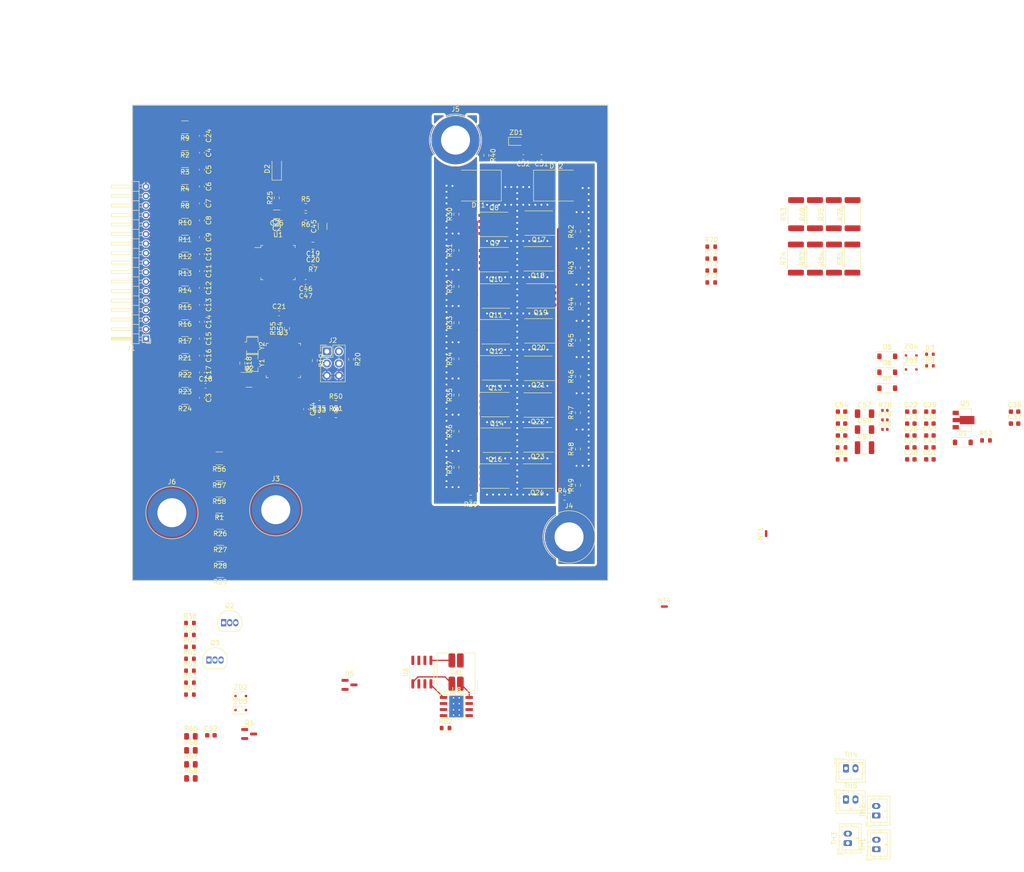
<source format=kicad_pcb>
(kicad_pcb (version 20221018) (generator pcbnew)

  (general
    (thickness 1.6)
  )

  (paper "A4")
  (layers
    (0 "F.Cu" signal)
    (31 "B.Cu" signal)
    (32 "B.Adhes" user "B.Adhesive")
    (33 "F.Adhes" user "F.Adhesive")
    (34 "B.Paste" user)
    (35 "F.Paste" user)
    (36 "B.SilkS" user "B.Silkscreen")
    (37 "F.SilkS" user "F.Silkscreen")
    (38 "B.Mask" user)
    (39 "F.Mask" user)
    (40 "Dwgs.User" user "User.Drawings")
    (41 "Cmts.User" user "User.Comments")
    (42 "Eco1.User" user "User.Eco1")
    (43 "Eco2.User" user "User.Eco2")
    (44 "Edge.Cuts" user)
    (45 "Margin" user)
    (46 "B.CrtYd" user "B.Courtyard")
    (47 "F.CrtYd" user "F.Courtyard")
    (48 "B.Fab" user)
    (49 "F.Fab" user)
    (50 "User.1" user)
    (51 "User.2" user)
    (52 "User.3" user)
    (53 "User.4" user)
    (54 "User.5" user)
    (55 "User.6" user)
    (56 "User.7" user)
    (57 "User.8" user)
    (58 "User.9" user)
  )

  (setup
    (stackup
      (layer "F.SilkS" (type "Top Silk Screen") (color "White"))
      (layer "F.Paste" (type "Top Solder Paste"))
      (layer "F.Mask" (type "Top Solder Mask") (color "Purple") (thickness 0.01))
      (layer "F.Cu" (type "copper") (thickness 0.035))
      (layer "dielectric 1" (type "core") (thickness 1.51) (material "FR4") (epsilon_r 4.5) (loss_tangent 0.02))
      (layer "B.Cu" (type "copper") (thickness 0.035))
      (layer "B.Mask" (type "Bottom Solder Mask") (color "Purple") (thickness 0.01))
      (layer "B.Paste" (type "Bottom Solder Paste"))
      (layer "B.SilkS" (type "Bottom Silk Screen") (color "White"))
      (copper_finish "None")
      (dielectric_constraints no)
    )
    (pad_to_mask_clearance 0)
    (grid_origin 82.365773 91.573261)
    (pcbplotparams
      (layerselection 0x00010fc_ffffffff)
      (plot_on_all_layers_selection 0x0000000_00000000)
      (disableapertmacros false)
      (usegerberextensions false)
      (usegerberattributes true)
      (usegerberadvancedattributes true)
      (creategerberjobfile true)
      (dashed_line_dash_ratio 12.000000)
      (dashed_line_gap_ratio 3.000000)
      (svgprecision 6)
      (plotframeref false)
      (viasonmask false)
      (mode 1)
      (useauxorigin false)
      (hpglpennumber 1)
      (hpglpenspeed 20)
      (hpglpendiameter 15.000000)
      (dxfpolygonmode true)
      (dxfimperialunits true)
      (dxfusepcbnewfont true)
      (psnegative false)
      (psa4output false)
      (plotreference true)
      (plotvalue true)
      (plotinvisibletext false)
      (sketchpadsonfab false)
      (subtractmaskfromsilk false)
      (outputformat 1)
      (mirror false)
      (drillshape 1)
      (scaleselection 1)
      (outputdirectory "")
    )
  )

  (net 0 "")
  (net 1 "/Protector/BAT")
  (net 2 "/Protector/CP1")
  (net 3 "/Protector/VC0")
  (net 4 "/Protector/VC15")
  (net 5 "/Protector/VC14")
  (net 6 "/Protector/VC13")
  (net 7 "/Protector/VC12")
  (net 8 "/Protector/VC11")
  (net 9 "/Protector/VC10")
  (net 10 "/Protector/VC9")
  (net 11 "/Protector/VC8")
  (net 12 "/Protector/VC7")
  (net 13 "/Protector/VC6")
  (net 14 "/Protector/VC5")
  (net 15 "/Protector/VC4")
  (net 16 "/Protector/VC3")
  (net 17 "Net-(C31-Pad2)")
  (net 18 "/Protector/VC2")
  (net 19 "/Protector/VC1")
  (net 20 "/Protector/REGIN")
  (net 21 "/5VReg_EN")
  (net 22 "/Protector/SRP")
  (net 23 "/Protector/SRN")
  (net 24 "+BATT")
  (net 25 "Net-(U1-REG18)")
  (net 26 "Net-(D1-K)")
  (net 27 "Net-(D2-K)")
  (net 28 "/Protector/VC16")
  (net 29 "/High Side Fets/PACK+")
  (net 30 "/Protector/REG2")
  (net 31 "/High Side Fets/CD")
  (net 32 "/VC15")
  (net 33 "/High Side Fets/Cgate")
  (net 34 "unconnected-(C36-Pad1)")
  (net 35 "Net-(Q8-G)")
  (net 36 "Net-(Q9-G)")
  (net 37 "Net-(Q10-G)")
  (net 38 "Net-(Q11-G)")
  (net 39 "Net-(Q12-G)")
  (net 40 "Net-(Q13-G)")
  (net 41 "Net-(Q14-G)")
  (net 42 "Net-(D3-A)")
  (net 43 "/High Side Fets/Dgate")
  (net 44 "Net-(C36-Pad2)")
  (net 45 "/SDA")
  (net 46 "/SCL")
  (net 47 "Net-(Q16-G)")
  (net 48 "Net-(Q17-G)")
  (net 49 "Net-(Q18-G)")
  (net 50 "Net-(D5-A)")
  (net 51 "Net-(Q19-G)")
  (net 52 "Net-(Q20-G)")
  (net 53 "Net-(Q21-G)")
  (net 54 "Net-(Q22-G)")
  (net 55 "Net-(Q23-G)")
  (net 56 "/High Side Fets/DSG")
  (net 57 "/High Side Fets/CHG")
  (net 58 "Net-(R5-Pad1)")
  (net 59 "Net-(U1-RST_SHUT)")
  (net 60 "/MCU/OSC32_IN")
  (net 61 "/MCU/OSC32_OUT")
  (net 62 "unconnected-(U1-NC-Pad19)")
  (net 63 "Net-(D7-K)")
  (net 64 "/Protector/BREG")
  (net 65 "Net-(Q2-C)")
  (net 66 "Net-(Q3-C)")
  (net 67 "unconnected-(U1-FUSE-Pad38)")
  (net 68 "Net-(Q4-G)")
  (net 69 "GND1")
  (net 70 "Net-(R62-Pad1)")
  (net 71 "Net-(R65-Pad1)")
  (net 72 "/Protector/LD")
  (net 73 "unconnected-(U1-NC-Pad44)")
  (net 74 "Net-(R67-Pad1)")
  (net 75 "/VC10")
  (net 76 "/VC5")
  (net 77 "GND")
  (net 78 "/VC14")
  (net 79 "/VC13")
  (net 80 "/VC12")
  (net 81 "/VC11")
  (net 82 "/VC9")
  (net 83 "/VC8")
  (net 84 "/VC7")
  (net 85 "/VC6")
  (net 86 "/VC1")
  (net 87 "/VC2")
  (net 88 "/VC3")
  (net 89 "/VC4")
  (net 90 "/MCU/OSC_IN")
  (net 91 "/MCU/OSC_OUT")
  (net 92 "/MCU/~{RST}")
  (net 93 "/MCU/BOOT1")
  (net 94 "/MCU/SWDIO")
  (net 95 "+3.3V")
  (net 96 "/MCU/SWCLK")
  (net 97 "/Protector/PACK")
  (net 98 "/MCU/BOOT0")
  (net 99 "/Protector/TS3")
  (net 100 "Net-(NT1-Pad1)")
  (net 101 "unconnected-(U3E-V_{BAT}-Pad1)")
  (net 102 "unconnected-(U3C-PC13-Pad2)")
  (net 103 "Net-(U8-EN{slash}UVLO)")
  (net 104 "+5V")
  (net 105 "Net-(J2-Pin_3)")
  (net 106 "Net-(J2-Pin_4)")
  (net 107 "Net-(U8-RT)")
  (net 108 "Net-(U8-FB)")
  (net 109 "unconnected-(U8-PGOOD-Pad6)")
  (net 110 "unconnected-(U3A-PA0-Pad10)")
  (net 111 "unconnected-(U3A-PA1-Pad11)")
  (net 112 "unconnected-(U3A-PA2-Pad12)")
  (net 113 "unconnected-(U3A-PA3-Pad13)")
  (net 114 "unconnected-(U3A-PA4-Pad14)")
  (net 115 "unconnected-(U3A-PA5-Pad15)")
  (net 116 "unconnected-(U3A-PA6-Pad16)")
  (net 117 "unconnected-(U3A-PA7-Pad17)")
  (net 118 "unconnected-(U3B-PB0-Pad18)")
  (net 119 "unconnected-(U3B-PB1-Pad19)")
  (net 120 "unconnected-(U3B-PB10-Pad21)")
  (net 121 "unconnected-(U3B-PB11-Pad22)")
  (net 122 "unconnected-(U3B-PB12-Pad25)")
  (net 123 "unconnected-(U3B-PB13-Pad26)")
  (net 124 "unconnected-(U3B-PB14-Pad27)")
  (net 125 "unconnected-(U3B-PB15-Pad28)")
  (net 126 "unconnected-(U3A-PA8-Pad29)")
  (net 127 "unconnected-(U3A-PA9-Pad30)")
  (net 128 "unconnected-(U3A-PA10-Pad31)")
  (net 129 "/Protector/TS2")
  (net 130 "/Protector/TS1")
  (net 131 "unconnected-(U3A-PA15-Pad38)")
  (net 132 "unconnected-(U3B-PB3-Pad39)")
  (net 133 "unconnected-(U3B-PB4-Pad40)")
  (net 134 "unconnected-(U3B-PB5-Pad41)")
  (net 135 "unconnected-(U3B-PB8-Pad45)")
  (net 136 "unconnected-(U3B-PB9-Pad46)")
  (net 137 "/Protector/DCHG")
  (net 138 "/Protector/DDSG")
  (net 139 "/ALERT")
  (net 140 "/Protector/HDQ")
  (net 141 "/Protector/PDSG")
  (net 142 "/Protector/PCHG")
  (net 143 "/MCU/CAN_RX")
  (net 144 "/MCU/CAN_TX")
  (net 145 "-5V_{CAN}")
  (net 146 "/MCU/CAN_L")
  (net 147 "/MCU/CAN_H")
  (net 148 "+5V_{CAN}")
  (net 149 "Net-(Q6-G)")
  (net 150 "/High Side Fets/PDSG")
  (net 151 "Net-(Q15-S)")
  (net 152 "Net-(Q15-G)")
  (net 153 "/High Side Fets/PCHG")
  (net 154 "Net-(Q15-D)")
  (net 155 "Net-(Q6-D)")
  (net 156 "Net-(U8-BST)")
  (net 157 "Net-(U8-SW)")
  (net 158 "Net-(D8-A)")
  (net 159 "unconnected-(C37-Pad2)")
  (net 160 "Net-(Q5-C)")
  (net 161 "Net-(C55-Pad2)")
  (net 162 "Net-(D9-A)")
  (net 163 "Net-(Q24-G)")
  (net 164 "/High Side Fets/BATT+")
  (net 165 "/Sense Resistor/BATT-")
  (net 166 "/Sense Resistor/PACK-")

  (footprint "Resistor_SMD:R_2512_6332Metric" (layer "F.Cu") (at 157.681751 96.720161 90))

  (footprint "Capacitor_SMD:C_0603_1608Metric" (layer "F.Cu") (at 28.730773 80.238261 -90))

  (footprint "Resistor_SMD:R_0603_1608Metric" (layer "F.Cu") (at 26.220773 197.773661))

  (footprint "Capacitor_SMD:C_0603_1608Metric" (layer "F.Cu") (at 28.730773 135.356261 -90))

  (footprint "Resistor_SMD:R_1210_3225Metric" (layer "F.Cu") (at 25.174773 85.572261 180))

  (footprint "Resistor_SMD:R_0805_2012Metric" (layer "F.Cu") (at 50.574773 97.256261 180))

  (footprint "Resistor_SMD:R_0603_1608Metric" (layer "F.Cu") (at 60.094773 127.243261 -90))

  (footprint "Resistor_SMD:R_2512_6332Metric" (layer "F.Cu") (at 165.601573 96.720161 90))

  (footprint "Resistor_SMD:R_0603_1608Metric" (layer "F.Cu") (at 107.832296 100.368555 90))

  (footprint "Resistor_SMD:R_0603_1608Metric" (layer "F.Cu") (at 82.267088 127.160169 90))

  (footprint "Resistor_SMD:R_0603_1608Metric" (layer "F.Cu") (at 107.832296 115.618841 90))

  (footprint "Diode_SMD:D_SOD-323F" (layer "F.Cu") (at 177.930373 126.433061))

  (footprint "Resistor_SMD:R_0805_2012Metric" (layer "F.Cu") (at 26.420773 209.513661))

  (footprint "Capacitor_SMD:C_1206_3216Metric" (layer "F.Cu") (at 168.115373 138.683061))

  (footprint "Diode_SMD:D_SMC" (layer "F.Cu") (at 86.904826 90.712272 180))

  (footprint "NetTie:NetTie-2_SMD_Pad0.5mm" (layer "F.Cu") (at 147.415173 163.912461 90))

  (footprint "Resistor_SMD:R_0603_1608Metric" (layer "F.Cu") (at 82.267088 104.333967 90))

  (footprint "Capacitor_SMD:C_0603_1608Metric" (layer "F.Cu") (at 50.574773 112.496261 180))

  (footprint "Capacitor_SMD:C_0603_1608Metric" (layer "F.Cu") (at 181.865373 140.773061))

  (footprint "Resistor_SMD:R_0603_1608Metric" (layer "F.Cu") (at 52.474773 127.497261 -90))

  (footprint "Package_TO_SOT_THT:TO-92_Inline" (layer "F.Cu") (at 33.320173 182.657661))

  (footprint "Package_SO:TI_SO-PowerPAD-8_ThermalVias" (layer "F.Cu") (at 82.256573 200.285261))

  (footprint "Resistor_SMD:R_1210_3225Metric" (layer "F.Cu") (at 25.174773 128.244261 180))

  (footprint "Capacitor_SMD:C_0603_1608Metric" (layer "F.Cu") (at 28.730773 115.798261 -90))

  (footprint "Connector:Banana_Jack_1Pin" (layer "F.Cu") (at 105.962373 164.598261))

  (footprint "Capacitor_SMD:C_1206_3216Metric" (layer "F.Cu") (at 54.130773 99.288261 90))

  (footprint "Resistor_SMD:R_2512_6332Metric" (layer "F.Cu") (at 157.681751 106.067361 90))

  (footprint "Capacitor_SMD:C_0603_1608Metric" (layer "F.Cu") (at 50.574773 110.972261 180))

  (footprint "Capacitor_SMD:C_0603_1608Metric" (layer "F.Cu") (at 30.630773 206.343661))

  (footprint "Resistor_SMD:R_1210_3225Metric" (layer "F.Cu") (at 32.393273 158.248261 180))

  (footprint "Resistor_SMD:R_0603_1608Metric" (layer "F.Cu") (at 26.220773 182.713661))

  (footprint "Crystal:Resonator_SMD_Murata_CSTxExxV-3Pin_3.0x1.1mm" (layer "F.Cu") (at 39.339773 124.422261 -90))

  (footprint "Resistor_SMD:R_0603_1608Metric" (layer "F.Cu") (at 56.920905 136.473361))

  (footprint "Capacitor_SMD:C_1210_3225Metric" (layer "F.Cu") (at 168.115373 145.833061))

  (footprint "Resistor_SMD:R_2512_6332Metric" (layer "F.Cu") (at 161.641661 96.720161 90))

  (footprint "Capacitor_SMD:C_0603_1608Metric" (layer "F.Cu") (at 163.285373 143.283061))

  (footprint "Resistor_SMD:R_0402_1005Metric" (layer "F.Cu") (at 172.395373 139.993061))

  (footprint "Diode_SMD:D_SMC" (layer "F.Cu") (at 103.287826 90.712272))

  (footprint "Capacitor_SMD:C_0603_1608Metric" (layer "F.Cu") (at 28.730773 126.466261 -90))

  (footprint "Capacitor_SMD:C_0603_1608Metric" (layer "F.Cu") (at 163.285373 140.773061))

  (footprint "Resistor_SMD:R_0603_1608Metric" (layer "F.Cu") (at 105.026868 156.3547))

  (footprint "Resistor_SMD:R_1210_3225Metric" (layer "F.Cu") (at 25.174773 110.464261 180))

  (footprint "Package_SO:PowerPAK_SO-8_Single" (layer "F.Cu") (at 90.286853 106.291261))

  (footprint "Resistor_SMD:R_0805_2012Metric" (layer "F.Cu") (at 26.420773 215.413661))

  (footprint "Resistor_SMD:R_1210_3225Metric" (layer "F.Cu") (at 32.585773 168.41189 180))

  (footprint "Capacitor_SMD:C_0603_1608Metric" (layer "F.Cu") (at 177.855373 145.793061))

  (footprint "Resistor_SMD:R_0603_1608Metric" (layer "F.Cu") (at 88.563853 84.345661 -90))

  (footprint "Package_SO:PowerPAK_SO-8_Single" (layer "F.Cu") (at 90.776653 144.264261))

  (footprint "Capacitor_SMD:C_0603_1608Metric" (layer "F.Cu") (at 28.730773 98.018261 -90))

  (footprint "Capacitor_SMD:C_0603_1608Metric" (layer "F.Cu") (at 28.730773 122.910261 -90))

  (footprint "Capacitor_SMD:C_0603_1608Metric" (layer "F.Cu") (at 28.730773 108.686261 -90))

  (footprint "Resistor_SMD:R_1210_3225Metric" (layer "F.Cu")
    (tstamp 455dd380-3b9d-4fce-9be0-de2f60536784)
    (at 32.585773 165.026433 180)
    (descr "Resistor SMD 1210 (3225 Metric), square (rectangular) end terminal, IPC_7351 nominal, (Body size source: IPC-SM-782 page 72, https://www.pcb-3d.com/wordpress/wp-content/uploads/ipc-sm-782a_amendment_1_and_2.pdf), generated with kicad-footprint-generator")
    (tags "resistor")
    (property "Field2" "")
    (property "Mouser" "https://www.mouser.com/ProductDetail/Bussmann-Eaton/MSMA2512R0100FEN?qs=By6Nw2ByBD2b7%252BVYRK0SbQ%3D%3D")
    (property "Part Number" "MSMA2512R0100FEN")
    (property "Rating" "2W")
    (property "Sheetfile" "sense_resistor.kicad_sch")
    (property "Sheetname" "Sense Resistor")
    (property "ki_description" "Resistor")
    (property "ki_keywords" "R res resistor")
    (path "/96b7bea9-affb-4c55-97aa-dfa072f2d94d/cbcbcb89-7fec-4a7f-bfa5-a15ec2722939")
    (attr smd)
    (fp_text reference "R27" (at 0 -2.28) (layer "F.SilkS")
        (effects (font (size 1 1) (thickness 0.15)))
      (tstamp fc3fd930-6a07-4096-8d7f-b30a25c564da)
    )
    (fp_text value "10m" (at 0 2.28) (layer "F.Fab")
        (effects (f
... [1209698 chars truncated]
</source>
